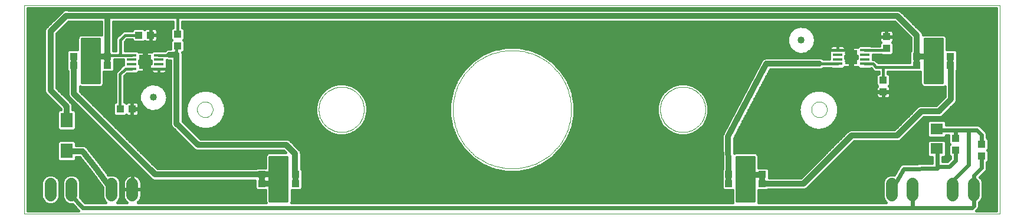
<source format=gtl>
G75*
G70*
%OFA0B0*%
%FSLAX24Y24*%
%IPPOS*%
%LPD*%
%AMOC8*
5,1,8,0,0,1.08239X$1,22.5*
%
%ADD10C,0.0000*%
%ADD11C,0.0660*%
%ADD12R,0.0709X0.0827*%
%ADD13R,0.0394X0.0433*%
%ADD14R,0.0433X0.0394*%
%ADD15R,0.0669X0.0787*%
%ADD16R,0.0531X0.0177*%
%ADD17R,0.0866X0.0709*%
%ADD18C,0.0120*%
%ADD19R,0.0710X0.0630*%
%ADD20C,0.0400*%
%ADD21C,0.0160*%
%ADD22C,0.0317*%
%ADD23C,0.0320*%
%ADD24C,0.0356*%
%ADD25C,0.0240*%
D10*
X000377Y000280D02*
X055495Y000280D01*
X055495Y012091D01*
X000377Y012091D01*
X000377Y000280D01*
X010135Y006186D02*
X010137Y006227D01*
X010143Y006269D01*
X010152Y006309D01*
X010166Y006348D01*
X010183Y006386D01*
X010203Y006422D01*
X010227Y006456D01*
X010254Y006488D01*
X010284Y006517D01*
X010316Y006543D01*
X010351Y006566D01*
X010387Y006586D01*
X010425Y006602D01*
X010465Y006614D01*
X010506Y006623D01*
X010547Y006628D01*
X010588Y006629D01*
X010630Y006626D01*
X010671Y006619D01*
X010711Y006609D01*
X010750Y006594D01*
X010787Y006576D01*
X010823Y006555D01*
X010857Y006530D01*
X010888Y006503D01*
X010916Y006473D01*
X010941Y006440D01*
X010963Y006404D01*
X010982Y006367D01*
X010997Y006329D01*
X011009Y006289D01*
X011017Y006248D01*
X011021Y006207D01*
X011021Y006165D01*
X011017Y006124D01*
X011009Y006083D01*
X010997Y006043D01*
X010982Y006005D01*
X010963Y005968D01*
X010941Y005932D01*
X010916Y005899D01*
X010888Y005869D01*
X010857Y005842D01*
X010823Y005817D01*
X010787Y005796D01*
X010750Y005778D01*
X010711Y005763D01*
X010671Y005753D01*
X010630Y005746D01*
X010588Y005743D01*
X010547Y005744D01*
X010506Y005749D01*
X010465Y005758D01*
X010425Y005770D01*
X010387Y005786D01*
X010351Y005806D01*
X010316Y005829D01*
X010284Y005855D01*
X010254Y005884D01*
X010227Y005916D01*
X010203Y005950D01*
X010183Y005986D01*
X010166Y006024D01*
X010152Y006063D01*
X010143Y006103D01*
X010137Y006145D01*
X010135Y006186D01*
X017010Y006186D02*
X017012Y006257D01*
X017018Y006328D01*
X017028Y006399D01*
X017042Y006468D01*
X017059Y006537D01*
X017081Y006605D01*
X017106Y006672D01*
X017135Y006737D01*
X017167Y006800D01*
X017203Y006862D01*
X017242Y006921D01*
X017285Y006978D01*
X017330Y007033D01*
X017379Y007085D01*
X017430Y007134D01*
X017484Y007180D01*
X017541Y007224D01*
X017599Y007264D01*
X017660Y007300D01*
X017723Y007334D01*
X017788Y007363D01*
X017854Y007389D01*
X017922Y007412D01*
X017990Y007430D01*
X018060Y007445D01*
X018130Y007456D01*
X018201Y007463D01*
X018272Y007466D01*
X018343Y007465D01*
X018414Y007460D01*
X018485Y007451D01*
X018555Y007438D01*
X018624Y007422D01*
X018692Y007401D01*
X018759Y007377D01*
X018825Y007349D01*
X018888Y007317D01*
X018950Y007282D01*
X019010Y007244D01*
X019068Y007202D01*
X019123Y007158D01*
X019176Y007110D01*
X019226Y007059D01*
X019273Y007006D01*
X019317Y006950D01*
X019358Y006892D01*
X019396Y006831D01*
X019430Y006769D01*
X019460Y006704D01*
X019487Y006639D01*
X019511Y006571D01*
X019530Y006503D01*
X019546Y006434D01*
X019558Y006363D01*
X019566Y006293D01*
X019570Y006222D01*
X019570Y006150D01*
X019566Y006079D01*
X019558Y006009D01*
X019546Y005938D01*
X019530Y005869D01*
X019511Y005801D01*
X019487Y005733D01*
X019460Y005668D01*
X019430Y005603D01*
X019396Y005541D01*
X019358Y005480D01*
X019317Y005422D01*
X019273Y005366D01*
X019226Y005313D01*
X019176Y005262D01*
X019123Y005214D01*
X019068Y005170D01*
X019010Y005128D01*
X018950Y005090D01*
X018888Y005055D01*
X018825Y005023D01*
X018759Y004995D01*
X018692Y004971D01*
X018624Y004950D01*
X018555Y004934D01*
X018485Y004921D01*
X018414Y004912D01*
X018343Y004907D01*
X018272Y004906D01*
X018201Y004909D01*
X018130Y004916D01*
X018060Y004927D01*
X017990Y004942D01*
X017922Y004960D01*
X017854Y004983D01*
X017788Y005009D01*
X017723Y005038D01*
X017660Y005072D01*
X017599Y005108D01*
X017541Y005148D01*
X017484Y005192D01*
X017430Y005238D01*
X017379Y005287D01*
X017330Y005339D01*
X017285Y005394D01*
X017242Y005451D01*
X017203Y005510D01*
X017167Y005572D01*
X017135Y005635D01*
X017106Y005700D01*
X017081Y005767D01*
X017059Y005835D01*
X017042Y005904D01*
X017028Y005973D01*
X017018Y006044D01*
X017012Y006115D01*
X017010Y006186D01*
X024590Y006186D02*
X024594Y006350D01*
X024606Y006514D01*
X024626Y006677D01*
X024654Y006839D01*
X024690Y006999D01*
X024734Y007157D01*
X024786Y007313D01*
X024845Y007466D01*
X024911Y007617D01*
X024985Y007763D01*
X025066Y007906D01*
X025154Y008045D01*
X025248Y008179D01*
X025350Y008309D01*
X025457Y008433D01*
X025570Y008552D01*
X025689Y008665D01*
X025813Y008772D01*
X025943Y008874D01*
X026077Y008968D01*
X026216Y009056D01*
X026359Y009137D01*
X026505Y009211D01*
X026656Y009277D01*
X026809Y009336D01*
X026965Y009388D01*
X027123Y009432D01*
X027283Y009468D01*
X027445Y009496D01*
X027608Y009516D01*
X027772Y009528D01*
X027936Y009532D01*
X028100Y009528D01*
X028264Y009516D01*
X028427Y009496D01*
X028589Y009468D01*
X028749Y009432D01*
X028907Y009388D01*
X029063Y009336D01*
X029216Y009277D01*
X029367Y009211D01*
X029513Y009137D01*
X029656Y009056D01*
X029795Y008968D01*
X029929Y008874D01*
X030059Y008772D01*
X030183Y008665D01*
X030302Y008552D01*
X030415Y008433D01*
X030522Y008309D01*
X030624Y008179D01*
X030718Y008045D01*
X030806Y007906D01*
X030887Y007763D01*
X030961Y007617D01*
X031027Y007466D01*
X031086Y007313D01*
X031138Y007157D01*
X031182Y006999D01*
X031218Y006839D01*
X031246Y006677D01*
X031266Y006514D01*
X031278Y006350D01*
X031282Y006186D01*
X031278Y006022D01*
X031266Y005858D01*
X031246Y005695D01*
X031218Y005533D01*
X031182Y005373D01*
X031138Y005215D01*
X031086Y005059D01*
X031027Y004906D01*
X030961Y004755D01*
X030887Y004609D01*
X030806Y004466D01*
X030718Y004327D01*
X030624Y004193D01*
X030522Y004063D01*
X030415Y003939D01*
X030302Y003820D01*
X030183Y003707D01*
X030059Y003600D01*
X029929Y003498D01*
X029795Y003404D01*
X029656Y003316D01*
X029513Y003235D01*
X029367Y003161D01*
X029216Y003095D01*
X029063Y003036D01*
X028907Y002984D01*
X028749Y002940D01*
X028589Y002904D01*
X028427Y002876D01*
X028264Y002856D01*
X028100Y002844D01*
X027936Y002840D01*
X027772Y002844D01*
X027608Y002856D01*
X027445Y002876D01*
X027283Y002904D01*
X027123Y002940D01*
X026965Y002984D01*
X026809Y003036D01*
X026656Y003095D01*
X026505Y003161D01*
X026359Y003235D01*
X026216Y003316D01*
X026077Y003404D01*
X025943Y003498D01*
X025813Y003600D01*
X025689Y003707D01*
X025570Y003820D01*
X025457Y003939D01*
X025350Y004063D01*
X025248Y004193D01*
X025154Y004327D01*
X025066Y004466D01*
X024985Y004609D01*
X024911Y004755D01*
X024845Y004906D01*
X024786Y005059D01*
X024734Y005215D01*
X024690Y005373D01*
X024654Y005533D01*
X024626Y005695D01*
X024606Y005858D01*
X024594Y006022D01*
X024590Y006186D01*
X036302Y006186D02*
X036304Y006257D01*
X036310Y006328D01*
X036320Y006399D01*
X036334Y006468D01*
X036351Y006537D01*
X036373Y006605D01*
X036398Y006672D01*
X036427Y006737D01*
X036459Y006800D01*
X036495Y006862D01*
X036534Y006921D01*
X036577Y006978D01*
X036622Y007033D01*
X036671Y007085D01*
X036722Y007134D01*
X036776Y007180D01*
X036833Y007224D01*
X036891Y007264D01*
X036952Y007300D01*
X037015Y007334D01*
X037080Y007363D01*
X037146Y007389D01*
X037214Y007412D01*
X037282Y007430D01*
X037352Y007445D01*
X037422Y007456D01*
X037493Y007463D01*
X037564Y007466D01*
X037635Y007465D01*
X037706Y007460D01*
X037777Y007451D01*
X037847Y007438D01*
X037916Y007422D01*
X037984Y007401D01*
X038051Y007377D01*
X038117Y007349D01*
X038180Y007317D01*
X038242Y007282D01*
X038302Y007244D01*
X038360Y007202D01*
X038415Y007158D01*
X038468Y007110D01*
X038518Y007059D01*
X038565Y007006D01*
X038609Y006950D01*
X038650Y006892D01*
X038688Y006831D01*
X038722Y006769D01*
X038752Y006704D01*
X038779Y006639D01*
X038803Y006571D01*
X038822Y006503D01*
X038838Y006434D01*
X038850Y006363D01*
X038858Y006293D01*
X038862Y006222D01*
X038862Y006150D01*
X038858Y006079D01*
X038850Y006009D01*
X038838Y005938D01*
X038822Y005869D01*
X038803Y005801D01*
X038779Y005733D01*
X038752Y005668D01*
X038722Y005603D01*
X038688Y005541D01*
X038650Y005480D01*
X038609Y005422D01*
X038565Y005366D01*
X038518Y005313D01*
X038468Y005262D01*
X038415Y005214D01*
X038360Y005170D01*
X038302Y005128D01*
X038242Y005090D01*
X038180Y005055D01*
X038117Y005023D01*
X038051Y004995D01*
X037984Y004971D01*
X037916Y004950D01*
X037847Y004934D01*
X037777Y004921D01*
X037706Y004912D01*
X037635Y004907D01*
X037564Y004906D01*
X037493Y004909D01*
X037422Y004916D01*
X037352Y004927D01*
X037282Y004942D01*
X037214Y004960D01*
X037146Y004983D01*
X037080Y005009D01*
X037015Y005038D01*
X036952Y005072D01*
X036891Y005108D01*
X036833Y005148D01*
X036776Y005192D01*
X036722Y005238D01*
X036671Y005287D01*
X036622Y005339D01*
X036577Y005394D01*
X036534Y005451D01*
X036495Y005510D01*
X036459Y005572D01*
X036427Y005635D01*
X036398Y005700D01*
X036373Y005767D01*
X036351Y005835D01*
X036334Y005904D01*
X036320Y005973D01*
X036310Y006044D01*
X036304Y006115D01*
X036302Y006186D01*
X044851Y006186D02*
X044853Y006227D01*
X044859Y006269D01*
X044868Y006309D01*
X044882Y006348D01*
X044899Y006386D01*
X044919Y006422D01*
X044943Y006456D01*
X044970Y006488D01*
X045000Y006517D01*
X045032Y006543D01*
X045067Y006566D01*
X045103Y006586D01*
X045141Y006602D01*
X045181Y006614D01*
X045222Y006623D01*
X045263Y006628D01*
X045304Y006629D01*
X045346Y006626D01*
X045387Y006619D01*
X045427Y006609D01*
X045466Y006594D01*
X045503Y006576D01*
X045539Y006555D01*
X045573Y006530D01*
X045604Y006503D01*
X045632Y006473D01*
X045657Y006440D01*
X045679Y006404D01*
X045698Y006367D01*
X045713Y006329D01*
X045725Y006289D01*
X045733Y006248D01*
X045737Y006207D01*
X045737Y006165D01*
X045733Y006124D01*
X045725Y006083D01*
X045713Y006043D01*
X045698Y006005D01*
X045679Y005968D01*
X045657Y005932D01*
X045632Y005899D01*
X045604Y005869D01*
X045573Y005842D01*
X045539Y005817D01*
X045503Y005796D01*
X045466Y005778D01*
X045427Y005763D01*
X045387Y005753D01*
X045346Y005746D01*
X045304Y005743D01*
X045263Y005744D01*
X045222Y005749D01*
X045181Y005758D01*
X045141Y005770D01*
X045103Y005786D01*
X045067Y005806D01*
X045032Y005829D01*
X045000Y005855D01*
X044970Y005884D01*
X044943Y005916D01*
X044919Y005950D01*
X044899Y005986D01*
X044882Y006024D01*
X044868Y006063D01*
X044859Y006103D01*
X044853Y006145D01*
X044851Y006186D01*
D11*
X049393Y001988D02*
X049393Y001328D01*
X050574Y001328D02*
X050574Y001988D01*
X052837Y001988D02*
X052837Y001328D01*
X054019Y001328D02*
X054019Y001988D01*
X006479Y001988D02*
X006479Y001328D01*
X005298Y001328D02*
X005298Y001988D01*
X003034Y001988D02*
X003034Y001328D01*
X001853Y001328D02*
X001853Y001988D01*
D12*
X002763Y003845D03*
X002763Y005577D03*
D13*
X005786Y006218D03*
X006456Y006218D03*
X006843Y010400D03*
X007512Y010400D03*
D14*
X009038Y010457D03*
X009038Y009788D03*
X005062Y009197D03*
X005062Y008686D03*
X003172Y008686D03*
X003172Y009197D03*
X013802Y002504D03*
X013802Y001993D03*
X015692Y001993D03*
X015692Y002504D03*
X040180Y002504D03*
X040180Y001993D03*
X042070Y001993D03*
X042070Y002504D03*
X052997Y003892D03*
X054476Y003560D03*
X054476Y004229D03*
X052997Y004561D03*
X048909Y007184D03*
X048909Y007853D03*
X050810Y008686D03*
X050810Y009197D03*
X049090Y009639D03*
X049090Y010308D03*
X052700Y009197D03*
X052700Y008686D03*
D15*
X047100Y009153D03*
X007200Y008878D03*
D16*
X006422Y008750D03*
X006422Y008495D03*
X007977Y008495D03*
X007977Y008750D03*
X007977Y009006D03*
X007977Y009262D03*
X006422Y009262D03*
X006422Y009006D03*
X046323Y009025D03*
X046323Y008769D03*
X047878Y008769D03*
X047878Y009025D03*
X047878Y009281D03*
X047878Y009537D03*
X046323Y009537D03*
X046323Y009281D03*
D17*
X051755Y008941D03*
X041125Y002249D03*
X014747Y002249D03*
X004117Y008941D03*
D18*
X003617Y008931D02*
X004617Y008931D01*
X004617Y009049D02*
X003617Y009049D01*
X003617Y009168D02*
X004617Y009168D01*
X004617Y009286D02*
X003617Y009286D01*
X003617Y009405D02*
X004617Y009405D01*
X004617Y009523D02*
X003617Y009523D01*
X003617Y009642D02*
X004617Y009642D01*
X004617Y009760D02*
X003617Y009760D01*
X003617Y009879D02*
X004617Y009879D01*
X004617Y009997D02*
X003617Y009997D01*
X003617Y010116D02*
X004617Y010116D01*
X004617Y010191D02*
X004617Y007691D01*
X003617Y007691D01*
X003617Y010191D01*
X004617Y010191D01*
X004617Y008812D02*
X003617Y008812D01*
X003617Y008694D02*
X004617Y008694D01*
X004617Y008575D02*
X003617Y008575D01*
X003617Y008457D02*
X004617Y008457D01*
X004617Y008338D02*
X003617Y008338D01*
X003617Y008220D02*
X004617Y008220D01*
X004617Y008101D02*
X003617Y008101D01*
X003617Y007983D02*
X004617Y007983D01*
X004617Y007864D02*
X003617Y007864D01*
X003617Y007746D02*
X004617Y007746D01*
X014247Y003499D02*
X015247Y003499D01*
X015247Y000999D01*
X014247Y000999D01*
X014247Y003499D01*
X014247Y003480D02*
X015247Y003480D01*
X015247Y003361D02*
X014247Y003361D01*
X014247Y003243D02*
X015247Y003243D01*
X015247Y003124D02*
X014247Y003124D01*
X014247Y003006D02*
X015247Y003006D01*
X015247Y002887D02*
X014247Y002887D01*
X014247Y002769D02*
X015247Y002769D01*
X015247Y002650D02*
X014247Y002650D01*
X014247Y002532D02*
X015247Y002532D01*
X015247Y002413D02*
X014247Y002413D01*
X014247Y002295D02*
X015247Y002295D01*
X015247Y002176D02*
X014247Y002176D01*
X014247Y002058D02*
X015247Y002058D01*
X015247Y001939D02*
X014247Y001939D01*
X014247Y001821D02*
X015247Y001821D01*
X015247Y001702D02*
X014247Y001702D01*
X014247Y001584D02*
X015247Y001584D01*
X015247Y001465D02*
X014247Y001465D01*
X014247Y001347D02*
X015247Y001347D01*
X015247Y001228D02*
X014247Y001228D01*
X014247Y001110D02*
X015247Y001110D01*
X040625Y001110D02*
X041625Y001110D01*
X041625Y000999D02*
X040625Y000999D01*
X040625Y003499D01*
X041625Y003499D01*
X041625Y000999D01*
X041625Y001228D02*
X040625Y001228D01*
X040625Y001347D02*
X041625Y001347D01*
X041625Y001465D02*
X040625Y001465D01*
X040625Y001584D02*
X041625Y001584D01*
X041625Y001702D02*
X040625Y001702D01*
X040625Y001821D02*
X041625Y001821D01*
X041625Y001939D02*
X040625Y001939D01*
X040625Y002058D02*
X041625Y002058D01*
X041625Y002176D02*
X040625Y002176D01*
X040625Y002295D02*
X041625Y002295D01*
X041625Y002413D02*
X040625Y002413D01*
X040625Y002532D02*
X041625Y002532D01*
X041625Y002650D02*
X040625Y002650D01*
X040625Y002769D02*
X041625Y002769D01*
X041625Y002887D02*
X040625Y002887D01*
X040625Y003006D02*
X041625Y003006D01*
X041625Y003124D02*
X040625Y003124D01*
X040625Y003243D02*
X041625Y003243D01*
X041625Y003361D02*
X040625Y003361D01*
X040625Y003480D02*
X041625Y003480D01*
X051255Y007691D02*
X051255Y010191D01*
X052255Y010191D01*
X052255Y007691D01*
X051255Y007691D01*
X051255Y007746D02*
X052255Y007746D01*
X052255Y007864D02*
X051255Y007864D01*
X051255Y007983D02*
X052255Y007983D01*
X052255Y008101D02*
X051255Y008101D01*
X051255Y008220D02*
X052255Y008220D01*
X052255Y008338D02*
X051255Y008338D01*
X051255Y008457D02*
X052255Y008457D01*
X052255Y008575D02*
X051255Y008575D01*
X051255Y008694D02*
X052255Y008694D01*
X052255Y008812D02*
X051255Y008812D01*
X051255Y008931D02*
X052255Y008931D01*
X052255Y009049D02*
X051255Y009049D01*
X051255Y009168D02*
X052255Y009168D01*
X052255Y009286D02*
X051255Y009286D01*
X051255Y009405D02*
X052255Y009405D01*
X052255Y009523D02*
X051255Y009523D01*
X051255Y009642D02*
X052255Y009642D01*
X052255Y009760D02*
X051255Y009760D01*
X051255Y009879D02*
X052255Y009879D01*
X052255Y009997D02*
X051255Y009997D01*
X051255Y010116D02*
X052255Y010116D01*
D19*
X051938Y005088D03*
X051938Y003968D03*
D20*
X044274Y010123D03*
X007660Y006874D03*
D21*
X006882Y006937D02*
X006040Y006937D01*
X006040Y006779D02*
X006882Y006779D01*
X006882Y006709D02*
X007017Y006407D01*
X007263Y006186D01*
X007577Y006083D01*
X007906Y006118D01*
X007906Y006118D01*
X008193Y006283D01*
X008193Y006283D01*
X008193Y006283D01*
X008387Y006551D01*
X008456Y006874D01*
X008387Y007198D01*
X008387Y007198D01*
X008193Y007466D01*
X007906Y007631D01*
X007577Y007666D01*
X007263Y007563D01*
X007263Y007563D01*
X007017Y007342D01*
X006882Y007040D01*
X006882Y006709D01*
X006922Y006620D02*
X006040Y006620D01*
X006040Y006614D02*
X006040Y008072D01*
X006194Y008226D01*
X006762Y008226D01*
X006841Y008305D01*
X006841Y008305D01*
X007120Y008305D01*
X007120Y008798D01*
X007280Y008798D01*
X007280Y008305D01*
X007558Y008305D01*
X007562Y008306D01*
X007567Y008295D01*
X007601Y008262D01*
X007642Y008238D01*
X007688Y008226D01*
X007977Y008226D01*
X007977Y008482D01*
X007977Y008482D01*
X007977Y008226D01*
X008267Y008226D01*
X008312Y008238D01*
X008354Y008262D01*
X008387Y008295D01*
X008411Y008337D01*
X008423Y008382D01*
X008423Y008495D01*
X008423Y008977D01*
X008512Y008940D01*
X008640Y008940D01*
X008640Y005319D01*
X008692Y005194D01*
X009898Y003987D01*
X009994Y003892D01*
X010119Y003840D01*
X015037Y003840D01*
X015138Y003739D01*
X014199Y003739D01*
X014111Y003702D01*
X014043Y003634D01*
X014007Y003546D01*
X014007Y002881D01*
X013511Y002881D01*
X013474Y002844D01*
X007896Y002844D01*
X003520Y007221D01*
X003520Y007472D01*
X003569Y007451D01*
X004665Y007451D01*
X004753Y007488D01*
X004820Y007555D01*
X004857Y007644D01*
X004857Y008309D01*
X005353Y008309D01*
X005458Y008414D01*
X005458Y009002D01*
X005976Y009002D01*
X005976Y008727D01*
X005947Y008715D01*
X005633Y008400D01*
X005560Y008327D01*
X005520Y008232D01*
X005520Y006614D01*
X005515Y006614D01*
X005409Y006509D01*
X005409Y005927D01*
X005515Y005821D01*
X006058Y005821D01*
X006121Y005884D01*
X006148Y005857D01*
X006189Y005834D01*
X006235Y005821D01*
X006437Y005821D01*
X006437Y006199D01*
X006474Y006199D01*
X006474Y005821D01*
X006676Y005821D01*
X006722Y005834D01*
X006763Y005857D01*
X006796Y005891D01*
X006820Y005932D01*
X006832Y005978D01*
X006832Y006199D01*
X006474Y006199D01*
X006474Y006236D01*
X006832Y006236D01*
X006832Y006458D01*
X006820Y006504D01*
X006796Y006545D01*
X006763Y006578D01*
X006722Y006602D01*
X006676Y006614D01*
X006474Y006614D01*
X006474Y006236D01*
X006437Y006236D01*
X006437Y006614D01*
X006235Y006614D01*
X006189Y006602D01*
X006148Y006578D01*
X006121Y006551D01*
X006058Y006614D01*
X006040Y006614D01*
X006437Y006462D02*
X006474Y006462D01*
X006474Y006303D02*
X006437Y006303D01*
X006437Y006145D02*
X006474Y006145D01*
X006832Y006145D02*
X007389Y006145D01*
X007263Y006186D02*
X007263Y006186D01*
X007132Y006303D02*
X006832Y006303D01*
X006832Y006462D02*
X006992Y006462D01*
X007017Y006407D02*
X007017Y006407D01*
X007952Y006145D02*
X008640Y006145D01*
X008640Y006303D02*
X008207Y006303D01*
X008322Y006462D02*
X008640Y006462D01*
X008640Y006620D02*
X008402Y006620D01*
X008387Y006551D02*
X008387Y006551D01*
X009320Y006620D02*
X009584Y006620D01*
X009578Y006609D02*
X009581Y006599D01*
X009562Y006549D01*
X009553Y006543D01*
X009544Y006500D01*
X009528Y006458D01*
X009532Y006448D01*
X009521Y006395D01*
X009513Y006389D01*
X009510Y006344D01*
X009500Y006301D01*
X009506Y006292D01*
X009502Y006238D01*
X009495Y006230D01*
X009498Y006186D01*
X009495Y006141D01*
X009502Y006133D01*
X009506Y006079D01*
X009500Y006070D01*
X009510Y006027D01*
X009513Y005982D01*
X009521Y005976D01*
X009532Y005923D01*
X009528Y005913D01*
X009544Y005871D01*
X009553Y005828D01*
X009562Y005822D01*
X009581Y005772D01*
X009578Y005762D01*
X009599Y005722D01*
X009615Y005681D01*
X009624Y005676D01*
X009650Y005629D01*
X009649Y005619D01*
X009675Y005583D01*
X009697Y005544D01*
X009707Y005541D01*
X009739Y005498D01*
X009739Y005487D01*
X009771Y005456D01*
X009797Y005420D01*
X009808Y005418D01*
X009846Y005380D01*
X009848Y005370D01*
X009883Y005343D01*
X009915Y005312D01*
X009925Y005312D01*
X009968Y005279D01*
X009971Y005269D01*
X010010Y005248D01*
X010046Y005221D01*
X010057Y005223D01*
X010104Y005197D01*
X010108Y005187D01*
X010150Y005172D01*
X010189Y005150D01*
X010199Y005153D01*
X010250Y005134D01*
X010256Y005126D01*
X010299Y005116D01*
X010341Y005101D01*
X010350Y005105D01*
X010403Y005093D01*
X010410Y005085D01*
X010454Y005082D01*
X010498Y005073D01*
X010507Y005079D01*
X010561Y005075D01*
X010569Y005068D01*
X010613Y005071D01*
X010658Y005068D01*
X010666Y005075D01*
X010719Y005079D01*
X010728Y005073D01*
X010772Y005082D01*
X010816Y005085D01*
X010823Y005093D01*
X010876Y005105D01*
X010885Y005101D01*
X010927Y005116D01*
X010971Y005126D01*
X010976Y005134D01*
X011027Y005153D01*
X011037Y005150D01*
X011076Y005172D01*
X011118Y005187D01*
X011122Y005197D01*
X011170Y005223D01*
X011180Y005221D01*
X011216Y005248D01*
X011255Y005269D01*
X011258Y005279D01*
X011301Y005312D01*
X011311Y005312D01*
X011343Y005343D01*
X011379Y005370D01*
X011380Y005380D01*
X011418Y005418D01*
X011429Y005420D01*
X011455Y005456D01*
X011487Y005487D01*
X011487Y005498D01*
X011519Y005541D01*
X011529Y005544D01*
X011551Y005583D01*
X011577Y005619D01*
X011576Y005629D01*
X011602Y005676D01*
X011611Y005681D01*
X011627Y005722D01*
X011648Y005762D01*
X011645Y005772D01*
X011664Y005822D01*
X011673Y005828D01*
X011683Y005871D01*
X011698Y005913D01*
X011694Y005923D01*
X011705Y005976D01*
X011713Y005982D01*
X011716Y006027D01*
X011726Y006070D01*
X011720Y006079D01*
X011724Y006133D01*
X011731Y006141D01*
X011728Y006186D01*
X011731Y006230D01*
X011724Y006238D01*
X011720Y006292D01*
X011726Y006301D01*
X011716Y006344D01*
X011713Y006389D01*
X011705Y006395D01*
X011694Y006448D01*
X011698Y006458D01*
X011683Y006500D01*
X011673Y006543D01*
X011664Y006549D01*
X011645Y006599D01*
X011648Y006609D01*
X011627Y006649D01*
X011611Y006690D01*
X011602Y006695D01*
X011576Y006742D01*
X011577Y006752D01*
X011551Y006788D01*
X011529Y006827D01*
X011519Y006830D01*
X011487Y006873D01*
X011487Y006884D01*
X011455Y006915D01*
X011429Y006951D01*
X011418Y006953D01*
X011380Y006991D01*
X011379Y007001D01*
X011343Y007028D01*
X011311Y007059D01*
X011301Y007059D01*
X011258Y007092D01*
X011255Y007102D01*
X011216Y007123D01*
X011180Y007150D01*
X011170Y007148D01*
X011122Y007174D01*
X011118Y007184D01*
X011076Y007199D01*
X011037Y007221D01*
X011027Y007218D01*
X010976Y007237D01*
X010971Y007245D01*
X010927Y007255D01*
X010885Y007271D01*
X010876Y007266D01*
X010823Y007278D01*
X010816Y007286D01*
X010772Y007289D01*
X010728Y007298D01*
X010719Y007292D01*
X010666Y007296D01*
X010658Y007303D01*
X010613Y007300D01*
X010569Y007303D01*
X010561Y007296D01*
X010507Y007292D01*
X010498Y007298D01*
X010454Y007289D01*
X010410Y007286D01*
X010403Y007278D01*
X010350Y007266D01*
X010341Y007271D01*
X010299Y007255D01*
X010256Y007245D01*
X010250Y007237D01*
X010199Y007218D01*
X010189Y007221D01*
X010150Y007199D01*
X010108Y007184D01*
X010104Y007174D01*
X010057Y007148D01*
X010046Y007150D01*
X010010Y007123D01*
X009971Y007102D01*
X009968Y007092D01*
X009925Y007059D01*
X009915Y007059D01*
X009883Y007028D01*
X009848Y007001D01*
X009846Y006991D01*
X009808Y006953D01*
X009797Y006951D01*
X009771Y006915D01*
X009739Y006884D01*
X009739Y006873D01*
X009707Y006830D01*
X009697Y006827D01*
X009675Y006788D01*
X009649Y006752D01*
X009650Y006742D01*
X009624Y006695D01*
X009615Y006690D01*
X009599Y006649D01*
X009578Y006609D01*
X009529Y006462D02*
X009320Y006462D01*
X009320Y006303D02*
X009501Y006303D01*
X009496Y006145D02*
X009320Y006145D01*
X009320Y005986D02*
X009513Y005986D01*
X009554Y005828D02*
X009320Y005828D01*
X009320Y005669D02*
X009628Y005669D01*
X009320Y005527D02*
X009320Y009298D01*
X009327Y009336D01*
X009320Y009365D01*
X009320Y009394D01*
X009313Y009411D01*
X009329Y009411D01*
X009435Y009516D01*
X009435Y010059D01*
X009372Y010123D01*
X009435Y010186D01*
X009435Y010729D01*
X009329Y010834D01*
X009299Y010834D01*
X009299Y011136D01*
X009463Y011135D01*
X009531Y011135D01*
X009598Y011135D01*
X049571Y011140D01*
X050470Y010241D01*
X050470Y009525D01*
X050413Y009469D01*
X050413Y008840D01*
X048619Y008840D01*
X048469Y008990D01*
X048374Y009029D01*
X048324Y009029D01*
X048324Y009277D01*
X048784Y009277D01*
X048799Y009262D01*
X049381Y009262D01*
X049487Y009368D01*
X049487Y009910D01*
X049424Y009974D01*
X049451Y010001D01*
X049475Y010042D01*
X049487Y010088D01*
X049487Y010290D01*
X049109Y010290D01*
X049109Y010327D01*
X049487Y010327D01*
X049487Y010529D01*
X049475Y010575D01*
X049451Y010616D01*
X049417Y010649D01*
X049376Y010673D01*
X049330Y010685D01*
X049109Y010685D01*
X049109Y010327D01*
X049072Y010327D01*
X049072Y010685D01*
X048850Y010685D01*
X048804Y010673D01*
X048763Y010649D01*
X048730Y010616D01*
X048706Y010575D01*
X048694Y010529D01*
X048694Y010327D01*
X049072Y010327D01*
X049072Y010290D01*
X048694Y010290D01*
X048694Y010088D01*
X048706Y010042D01*
X048730Y010001D01*
X048757Y009974D01*
X048694Y009910D01*
X048694Y009797D01*
X048227Y009797D01*
X048218Y009806D01*
X047538Y009806D01*
X047459Y009727D01*
X047459Y009727D01*
X047180Y009727D01*
X047180Y009233D01*
X047020Y009233D01*
X046769Y009233D01*
X046769Y009073D01*
X047020Y009073D01*
X047020Y009233D01*
X047020Y009727D01*
X046742Y009727D01*
X046739Y009726D01*
X046733Y009736D01*
X046699Y009770D01*
X046658Y009793D01*
X046612Y009806D01*
X046323Y009806D01*
X046323Y009550D01*
X046323Y009550D01*
X046323Y009806D01*
X046033Y009806D01*
X045988Y009793D01*
X045947Y009770D01*
X045913Y009736D01*
X045889Y009695D01*
X045877Y009649D01*
X045877Y009537D01*
X045877Y009040D01*
X045532Y009040D01*
X045504Y009068D01*
X045379Y009120D01*
X042327Y009120D01*
X042275Y009125D01*
X042260Y009120D01*
X042244Y009120D01*
X042196Y009100D01*
X042146Y009084D01*
X042134Y009074D01*
X042119Y009068D01*
X042082Y009031D01*
X042042Y008998D01*
X042034Y008984D01*
X042023Y008973D01*
X042003Y008924D01*
X039864Y004843D01*
X039851Y004830D01*
X039833Y004784D01*
X039810Y004740D01*
X039808Y004721D01*
X039801Y004704D01*
X039802Y004655D01*
X039797Y004605D01*
X039803Y004587D01*
X039834Y002827D01*
X039783Y002776D01*
X039783Y001721D01*
X039889Y001616D01*
X040385Y001616D01*
X040385Y000951D01*
X040396Y000924D01*
X015476Y000924D01*
X015487Y000951D01*
X015487Y001616D01*
X015983Y001616D01*
X016088Y001721D01*
X016088Y002776D01*
X016022Y002842D01*
X016022Y003743D01*
X015970Y003868D01*
X015875Y003964D01*
X015370Y004468D01*
X015245Y004520D01*
X010327Y004520D01*
X009320Y005527D01*
X009337Y005511D02*
X009730Y005511D01*
X009871Y005352D02*
X009495Y005352D01*
X009654Y005194D02*
X010105Y005194D01*
X009812Y005035D02*
X017377Y005035D01*
X017394Y005018D02*
X017727Y004825D01*
X018098Y004726D01*
X018482Y004726D01*
X018854Y004825D01*
X019186Y005018D01*
X019458Y005289D01*
X019650Y005622D01*
X019750Y005993D01*
X019750Y006378D01*
X019650Y006749D01*
X019458Y007082D01*
X019186Y007353D01*
X018854Y007546D01*
X018482Y007645D01*
X018098Y007645D01*
X017727Y007546D01*
X017394Y007353D01*
X017122Y007082D01*
X016930Y006749D01*
X016831Y006378D01*
X016831Y005993D01*
X016930Y005622D01*
X017122Y005289D01*
X017394Y005018D01*
X017638Y004877D02*
X009971Y004877D01*
X010129Y004718D02*
X024727Y004718D01*
X024792Y004560D02*
X010288Y004560D01*
X009484Y004401D02*
X006340Y004401D01*
X006498Y004243D02*
X009643Y004243D01*
X009801Y004084D02*
X006657Y004084D01*
X005695Y004084D02*
X003902Y004084D01*
X003899Y004087D02*
X003881Y004097D01*
X003865Y004112D01*
X003822Y004130D01*
X003781Y004153D01*
X003760Y004155D01*
X003740Y004164D01*
X003693Y004163D01*
X003647Y004169D01*
X003626Y004163D01*
X003297Y004162D01*
X003297Y004333D01*
X003192Y004438D01*
X002334Y004438D01*
X002229Y004333D01*
X002229Y003357D01*
X002334Y003251D01*
X003192Y003251D01*
X003297Y003357D01*
X003297Y003482D01*
X003510Y003483D01*
X004133Y002691D01*
X004788Y001784D01*
X004788Y001227D01*
X004866Y001039D01*
X004980Y000924D01*
X003805Y000924D01*
X003538Y001212D01*
X003544Y001227D01*
X003544Y002089D01*
X003467Y002277D01*
X003323Y002420D01*
X003136Y002498D01*
X002933Y002498D01*
X002745Y002420D01*
X002602Y002277D01*
X002524Y002089D01*
X002524Y001227D01*
X002602Y001039D01*
X002745Y000896D01*
X002933Y000818D01*
X003085Y000818D01*
X003417Y000460D01*
X000557Y000460D01*
X000557Y011911D01*
X055315Y011911D01*
X055315Y000460D01*
X054180Y000460D01*
X054196Y000476D01*
X054281Y000561D01*
X054326Y000671D01*
X054326Y000915D01*
X054451Y001039D01*
X054529Y001227D01*
X054529Y002089D01*
X054451Y002277D01*
X054363Y002365D01*
X054631Y002634D01*
X054716Y002718D01*
X054761Y002829D01*
X054761Y003183D01*
X054767Y003183D01*
X054872Y003289D01*
X054872Y003831D01*
X054809Y003895D01*
X054872Y003958D01*
X054872Y004501D01*
X054767Y004606D01*
X054761Y004606D01*
X054761Y004818D01*
X054716Y004928D01*
X054631Y005013D01*
X054385Y005259D01*
X054275Y005304D01*
X052473Y005304D01*
X052473Y005477D01*
X052368Y005583D01*
X051509Y005583D01*
X051403Y005477D01*
X051403Y004698D01*
X051509Y004593D01*
X052368Y004593D01*
X052473Y004698D01*
X052473Y004704D01*
X052601Y004704D01*
X052601Y004290D01*
X052664Y004226D01*
X052601Y004163D01*
X052601Y003620D01*
X052697Y003524D01*
X052697Y003418D01*
X052516Y003237D01*
X052252Y003237D01*
X052252Y003473D01*
X052368Y003473D01*
X052473Y003579D01*
X052473Y004358D01*
X052368Y004463D01*
X051509Y004463D01*
X051403Y004358D01*
X051403Y003579D01*
X051509Y003473D01*
X051652Y003473D01*
X051652Y003138D01*
X050093Y003131D01*
X050054Y003136D01*
X050034Y003131D01*
X050013Y003131D01*
X049977Y003116D01*
X049939Y003106D01*
X049922Y003093D01*
X049903Y003085D01*
X049875Y003057D01*
X049844Y003033D01*
X049834Y003015D01*
X049819Y003000D01*
X049804Y002964D01*
X049526Y002485D01*
X049494Y002498D01*
X049291Y002498D01*
X049104Y002420D01*
X048960Y002277D01*
X048883Y002089D01*
X048883Y001227D01*
X048960Y001039D01*
X049075Y000924D01*
X041854Y000924D01*
X041865Y000951D01*
X041865Y001616D01*
X042361Y001616D01*
X042398Y001653D01*
X044480Y001653D01*
X044605Y001704D01*
X047270Y004369D01*
X049756Y004369D01*
X049880Y004421D01*
X051207Y005747D01*
X052118Y005747D01*
X052243Y005799D01*
X052932Y006488D01*
X053027Y006583D01*
X053079Y006708D01*
X053079Y008397D01*
X053096Y008414D01*
X053096Y009469D01*
X052991Y009574D01*
X052495Y009574D01*
X052495Y010239D01*
X052458Y010327D01*
X052391Y010395D01*
X052303Y010431D01*
X051207Y010431D01*
X051150Y010408D01*
X051150Y010449D01*
X051098Y010574D01*
X050000Y011673D01*
X049947Y011726D01*
X049904Y011768D01*
X049904Y011768D01*
X049904Y011768D01*
X049837Y011796D01*
X049779Y011820D01*
X049707Y011820D01*
X049644Y011820D01*
X049644Y011820D01*
X009531Y011815D01*
X009107Y011816D01*
X006650Y011821D01*
X006649Y011822D01*
X006582Y011822D01*
X006515Y011822D01*
X006514Y011822D01*
X002852Y011822D01*
X002807Y011840D01*
X002671Y011840D01*
X002546Y011789D01*
X002451Y011693D01*
X001565Y010807D01*
X001513Y010682D01*
X001513Y007201D01*
X001565Y007076D01*
X001661Y006980D01*
X002423Y006218D01*
X002423Y006170D01*
X002334Y006170D01*
X002229Y006065D01*
X002229Y005089D01*
X002334Y004983D01*
X003192Y004983D01*
X003297Y005089D01*
X003297Y006065D01*
X003192Y006170D01*
X003103Y006170D01*
X003103Y006426D01*
X003051Y006551D01*
X002193Y007409D01*
X002193Y010474D01*
X002861Y011142D01*
X004722Y011142D01*
X004722Y010408D01*
X004665Y010431D01*
X003569Y010431D01*
X003481Y010395D01*
X003414Y010327D01*
X003377Y010239D01*
X003377Y009574D01*
X002881Y009574D01*
X002776Y009469D01*
X002776Y008414D01*
X002840Y008350D01*
X002840Y007012D01*
X002892Y006887D01*
X007467Y002312D01*
X007563Y002216D01*
X007688Y002164D01*
X013406Y002164D01*
X013406Y001721D01*
X013511Y001616D01*
X014007Y001616D01*
X014007Y000951D01*
X014018Y000924D01*
X006792Y000924D01*
X006811Y000939D01*
X006868Y000996D01*
X006915Y001061D01*
X006952Y001132D01*
X006977Y001209D01*
X006989Y001288D01*
X006989Y001640D01*
X006498Y001640D01*
X006498Y001676D01*
X006989Y001676D01*
X006989Y002028D01*
X006977Y002107D01*
X006952Y002184D01*
X006915Y002255D01*
X006868Y002320D01*
X006811Y002377D01*
X006747Y002424D01*
X006675Y002461D01*
X006599Y002485D01*
X006519Y002498D01*
X006498Y002498D01*
X006498Y001676D01*
X006461Y001676D01*
X006461Y001640D01*
X005969Y001640D01*
X005969Y001288D01*
X005982Y001209D01*
X006007Y001132D01*
X006043Y001061D01*
X006090Y000996D01*
X006147Y000939D01*
X006167Y000924D01*
X005616Y000924D01*
X005730Y001039D01*
X005808Y001227D01*
X005808Y002089D01*
X005730Y002277D01*
X005587Y002420D01*
X005400Y002498D01*
X005197Y002498D01*
X005131Y002471D01*
X004715Y003046D01*
X004713Y003053D01*
X004676Y003101D01*
X004641Y003150D01*
X004634Y003154D01*
X003970Y003997D01*
X003961Y004017D01*
X003928Y004050D01*
X003899Y004087D01*
X003297Y004243D02*
X005537Y004243D01*
X005378Y004401D02*
X003229Y004401D01*
X002297Y004401D02*
X000557Y004401D01*
X000557Y004243D02*
X002229Y004243D01*
X002229Y004084D02*
X000557Y004084D01*
X000557Y003926D02*
X002229Y003926D01*
X002229Y003767D02*
X000557Y003767D01*
X000557Y003609D02*
X002229Y003609D01*
X002229Y003450D02*
X000557Y003450D01*
X000557Y003292D02*
X002294Y003292D01*
X003232Y003292D02*
X003660Y003292D01*
X003785Y003133D02*
X000557Y003133D01*
X000557Y002975D02*
X003910Y002975D01*
X004035Y002816D02*
X000557Y002816D01*
X000557Y002658D02*
X004157Y002658D01*
X004272Y002499D02*
X000557Y002499D01*
X000557Y002341D02*
X001485Y002341D01*
X001421Y002277D02*
X001564Y002420D01*
X001752Y002498D01*
X001955Y002498D01*
X002142Y002420D01*
X002286Y002277D01*
X002363Y002089D01*
X002363Y001227D01*
X002286Y001039D01*
X002142Y000896D01*
X001955Y000818D01*
X001752Y000818D01*
X001564Y000896D01*
X001421Y001039D01*
X001343Y001227D01*
X001343Y002089D01*
X001421Y002277D01*
X001382Y002182D02*
X000557Y002182D01*
X000557Y002024D02*
X001343Y002024D01*
X001343Y001865D02*
X000557Y001865D01*
X000557Y001707D02*
X001343Y001707D01*
X001343Y001548D02*
X000557Y001548D01*
X000557Y001390D02*
X001343Y001390D01*
X001343Y001231D02*
X000557Y001231D01*
X000557Y001073D02*
X001407Y001073D01*
X001546Y000914D02*
X000557Y000914D01*
X000557Y000756D02*
X003143Y000756D01*
X002727Y000914D02*
X002161Y000914D01*
X002299Y001073D02*
X002588Y001073D01*
X002524Y001231D02*
X002363Y001231D01*
X002363Y001390D02*
X002524Y001390D01*
X002524Y001548D02*
X002363Y001548D01*
X002363Y001707D02*
X002524Y001707D01*
X002524Y001865D02*
X002363Y001865D01*
X002363Y002024D02*
X002524Y002024D01*
X002563Y002182D02*
X002325Y002182D01*
X002222Y002341D02*
X002666Y002341D01*
X003403Y002341D02*
X004386Y002341D01*
X004501Y002182D02*
X003506Y002182D01*
X003544Y002024D02*
X004615Y002024D01*
X004729Y001865D02*
X003544Y001865D01*
X003544Y001707D02*
X004788Y001707D01*
X004788Y001548D02*
X003544Y001548D01*
X003544Y001390D02*
X004788Y001390D01*
X004788Y001231D02*
X003544Y001231D01*
X003667Y001073D02*
X004852Y001073D01*
X005744Y001073D02*
X006037Y001073D01*
X005978Y001231D02*
X005808Y001231D01*
X005808Y001390D02*
X005969Y001390D01*
X005969Y001548D02*
X005808Y001548D01*
X005808Y001707D02*
X005969Y001707D01*
X005969Y001676D02*
X006461Y001676D01*
X006461Y002498D01*
X006439Y002498D01*
X006360Y002485D01*
X006283Y002461D01*
X006212Y002424D01*
X006147Y002377D01*
X006090Y002320D01*
X006043Y002255D01*
X006007Y002184D01*
X005982Y002107D01*
X005969Y002028D01*
X005969Y001676D01*
X006461Y001707D02*
X006498Y001707D01*
X006989Y001707D02*
X013420Y001707D01*
X014007Y001548D02*
X006989Y001548D01*
X006989Y001390D02*
X014007Y001390D01*
X014007Y001231D02*
X006980Y001231D01*
X006921Y001073D02*
X014007Y001073D01*
X015487Y001073D02*
X040385Y001073D01*
X040385Y001231D02*
X015487Y001231D01*
X015487Y001390D02*
X040385Y001390D01*
X040385Y001548D02*
X015487Y001548D01*
X016074Y001707D02*
X039798Y001707D01*
X039783Y001865D02*
X016088Y001865D01*
X016088Y002024D02*
X039783Y002024D01*
X039783Y002182D02*
X016088Y002182D01*
X016088Y002341D02*
X039783Y002341D01*
X039783Y002499D02*
X016088Y002499D01*
X016088Y002658D02*
X039783Y002658D01*
X039824Y002816D02*
X029016Y002816D01*
X028965Y002795D02*
X029606Y003060D01*
X030184Y003446D01*
X030675Y003938D01*
X031061Y004515D01*
X031327Y005157D01*
X031462Y005838D01*
X031462Y006533D01*
X031327Y007214D01*
X031061Y007856D01*
X030675Y008433D01*
X030184Y008925D01*
X029606Y009311D01*
X028965Y009576D01*
X028283Y009712D01*
X027589Y009712D01*
X026907Y009576D01*
X026266Y009311D01*
X025688Y008925D01*
X025197Y008433D01*
X024811Y007856D01*
X024545Y007214D01*
X024409Y006533D01*
X024409Y005838D01*
X024545Y005157D01*
X024811Y004515D01*
X025197Y003938D01*
X025688Y003446D01*
X026266Y003060D01*
X026907Y002795D01*
X027589Y002659D01*
X028283Y002659D01*
X028965Y002795D01*
X029399Y002975D02*
X039832Y002975D01*
X039829Y003133D02*
X029715Y003133D01*
X029952Y003292D02*
X039826Y003292D01*
X039823Y003450D02*
X030188Y003450D01*
X030346Y003609D02*
X039820Y003609D01*
X039818Y003767D02*
X030505Y003767D01*
X030663Y003926D02*
X039815Y003926D01*
X040495Y003926D02*
X045864Y003926D01*
X045706Y003767D02*
X040498Y003767D01*
X040499Y003706D02*
X040484Y004561D01*
X042517Y008440D01*
X045379Y008440D01*
X045504Y008492D01*
X045532Y008520D01*
X045963Y008520D01*
X045983Y008501D01*
X046663Y008501D01*
X046742Y008580D01*
X046742Y008580D01*
X047020Y008580D01*
X047020Y009073D01*
X047180Y009073D01*
X047180Y008580D01*
X047459Y008580D01*
X047538Y008501D01*
X048218Y008501D01*
X048221Y008503D01*
X048291Y008433D01*
X048291Y008433D01*
X048364Y008360D01*
X048460Y008320D01*
X048649Y008320D01*
X048649Y008230D01*
X048618Y008230D01*
X048513Y008124D01*
X048513Y007581D01*
X048576Y007518D01*
X048549Y007491D01*
X048525Y007450D01*
X048513Y007404D01*
X048513Y007202D01*
X048891Y007202D01*
X048891Y007165D01*
X048928Y007165D01*
X048928Y007202D01*
X049306Y007202D01*
X049306Y007404D01*
X049293Y007450D01*
X049270Y007491D01*
X049242Y007518D01*
X049306Y007581D01*
X049306Y008124D01*
X049200Y008230D01*
X049169Y008230D01*
X049169Y008320D01*
X050507Y008320D01*
X050519Y008309D01*
X050697Y008309D01*
X050703Y008306D01*
X050838Y008306D01*
X050844Y008309D01*
X051015Y008309D01*
X051015Y007644D01*
X051051Y007555D01*
X051119Y007488D01*
X051207Y007451D01*
X052303Y007451D01*
X052391Y007488D01*
X052399Y007496D01*
X052399Y006917D01*
X051909Y006427D01*
X050998Y006427D01*
X050873Y006375D01*
X050778Y006280D01*
X049547Y005049D01*
X047061Y005049D01*
X046936Y004997D01*
X046841Y004902D01*
X044271Y002333D01*
X042466Y002333D01*
X042466Y002776D01*
X042361Y002881D01*
X041865Y002881D01*
X041865Y003546D01*
X041828Y003634D01*
X041761Y003702D01*
X041673Y003739D01*
X040577Y003739D01*
X040499Y003706D01*
X041839Y003609D02*
X045547Y003609D01*
X045389Y003450D02*
X041865Y003450D01*
X041865Y003292D02*
X045230Y003292D01*
X045072Y003133D02*
X041865Y003133D01*
X041865Y002975D02*
X044913Y002975D01*
X044755Y002816D02*
X042426Y002816D01*
X042466Y002658D02*
X044596Y002658D01*
X044438Y002499D02*
X042466Y002499D01*
X042466Y002341D02*
X044279Y002341D01*
X045241Y002341D02*
X049024Y002341D01*
X049534Y002499D02*
X045400Y002499D01*
X045558Y002658D02*
X049626Y002658D01*
X049718Y002816D02*
X045717Y002816D01*
X045875Y002975D02*
X049808Y002975D01*
X050041Y003133D02*
X046034Y003133D01*
X046192Y003292D02*
X051652Y003292D01*
X052252Y003292D02*
X052570Y003292D01*
X052697Y003450D02*
X052252Y003450D01*
X052473Y003609D02*
X052613Y003609D01*
X052601Y003767D02*
X052473Y003767D01*
X052473Y003926D02*
X052601Y003926D01*
X052601Y004084D02*
X052473Y004084D01*
X052473Y004243D02*
X052648Y004243D01*
X052601Y004401D02*
X052430Y004401D01*
X051447Y004401D02*
X049832Y004401D01*
X050019Y004560D02*
X052601Y004560D01*
X051403Y004718D02*
X050178Y004718D01*
X050336Y004877D02*
X051403Y004877D01*
X051403Y005035D02*
X050495Y005035D01*
X050653Y005194D02*
X051403Y005194D01*
X051403Y005352D02*
X050812Y005352D01*
X050970Y005511D02*
X051436Y005511D01*
X052440Y005511D02*
X055315Y005511D01*
X055315Y005352D02*
X052473Y005352D01*
X051129Y005669D02*
X055315Y005669D01*
X055315Y005828D02*
X052271Y005828D01*
X052430Y005986D02*
X055315Y005986D01*
X055315Y006145D02*
X052588Y006145D01*
X052747Y006303D02*
X055315Y006303D01*
X055315Y006462D02*
X052905Y006462D01*
X053042Y006620D02*
X055315Y006620D01*
X055315Y006779D02*
X053079Y006779D01*
X053079Y006937D02*
X055315Y006937D01*
X055315Y007096D02*
X053079Y007096D01*
X053079Y007254D02*
X055315Y007254D01*
X055315Y007413D02*
X053079Y007413D01*
X053079Y007571D02*
X055315Y007571D01*
X055315Y007730D02*
X053079Y007730D01*
X053079Y007888D02*
X055315Y007888D01*
X055315Y008047D02*
X053079Y008047D01*
X053079Y008205D02*
X055315Y008205D01*
X055315Y008364D02*
X053079Y008364D01*
X053096Y008522D02*
X055315Y008522D01*
X055315Y008681D02*
X053096Y008681D01*
X053096Y008839D02*
X055315Y008839D01*
X055315Y008998D02*
X053096Y008998D01*
X053096Y009156D02*
X055315Y009156D01*
X055315Y009315D02*
X053096Y009315D01*
X053092Y009473D02*
X055315Y009473D01*
X055315Y009632D02*
X052495Y009632D01*
X052495Y009790D02*
X055315Y009790D01*
X055315Y009949D02*
X052495Y009949D01*
X052495Y010107D02*
X055315Y010107D01*
X055315Y010266D02*
X052484Y010266D01*
X052320Y010424D02*
X055315Y010424D01*
X055315Y010583D02*
X051090Y010583D01*
X050931Y010741D02*
X055315Y010741D01*
X055315Y010900D02*
X050773Y010900D01*
X049970Y010741D02*
X044760Y010741D01*
X044807Y010714D02*
X044520Y010879D01*
X044191Y010914D01*
X043877Y010811D01*
X043631Y010590D01*
X043496Y010288D01*
X043496Y009957D01*
X043631Y009655D01*
X043631Y009655D01*
X043877Y009434D01*
X044191Y009331D01*
X044520Y009366D01*
X044807Y009531D01*
X044807Y009531D01*
X044807Y009531D01*
X045001Y009799D01*
X045070Y010123D01*
X045001Y010446D01*
X044807Y010714D01*
X044807Y010714D01*
X044902Y010583D02*
X048710Y010583D01*
X049072Y010583D02*
X049109Y010583D01*
X049470Y010583D02*
X050128Y010583D01*
X050287Y010424D02*
X049487Y010424D01*
X049487Y010266D02*
X050445Y010266D01*
X050470Y010107D02*
X049487Y010107D01*
X049449Y009949D02*
X050470Y009949D01*
X050470Y009790D02*
X049487Y009790D01*
X049487Y009632D02*
X050470Y009632D01*
X050418Y009473D02*
X049487Y009473D01*
X049210Y009537D02*
X049090Y009639D01*
X049210Y009537D02*
X047878Y009537D01*
X047261Y009380D02*
X047104Y009537D01*
X047111Y009544D01*
X047111Y010080D01*
X047379Y010348D01*
X049090Y010308D01*
X049072Y010424D02*
X049109Y010424D01*
X048694Y010424D02*
X045006Y010424D01*
X045001Y010446D02*
X045001Y010446D01*
X045040Y010266D02*
X048694Y010266D01*
X048694Y010107D02*
X045067Y010107D01*
X045033Y009949D02*
X048732Y009949D01*
X047522Y009790D02*
X046664Y009790D01*
X046323Y009790D02*
X046323Y009790D01*
X046323Y009632D02*
X046323Y009632D01*
X046323Y009537D02*
X045756Y009537D01*
X045751Y009532D01*
X045877Y009537D02*
X045970Y009537D01*
X045970Y009537D01*
X045877Y009537D01*
X045877Y009473D02*
X044706Y009473D01*
X044520Y009366D02*
X044520Y009366D01*
X044191Y009331D02*
X044191Y009331D01*
X043877Y009434D02*
X043877Y009434D01*
X043833Y009473D02*
X029214Y009473D01*
X028688Y009632D02*
X043657Y009632D01*
X043571Y009790D02*
X009435Y009790D01*
X009435Y009632D02*
X027184Y009632D01*
X026658Y009473D02*
X009391Y009473D01*
X008980Y009326D02*
X008980Y009896D01*
X009038Y009788D01*
X008642Y009790D02*
X006050Y009790D01*
X006050Y009632D02*
X008642Y009632D01*
X008642Y009620D02*
X008512Y009620D01*
X008387Y009568D01*
X008341Y009522D01*
X008326Y009522D01*
X008318Y009531D01*
X007637Y009531D01*
X007558Y009452D01*
X007280Y009452D01*
X007280Y008958D01*
X007531Y008958D01*
X007531Y008798D01*
X007280Y008798D01*
X007280Y008958D01*
X007120Y008958D01*
X006868Y008958D01*
X006868Y008798D01*
X007120Y008798D01*
X007120Y008958D01*
X007120Y009452D01*
X006841Y009452D01*
X006762Y009531D01*
X006082Y009531D01*
X006073Y009522D01*
X006050Y009522D01*
X006050Y010015D01*
X006176Y010140D01*
X006466Y010140D01*
X006466Y010109D01*
X006572Y010004D01*
X007114Y010004D01*
X007178Y010067D01*
X007205Y010040D01*
X007246Y010016D01*
X007292Y010004D01*
X007494Y010004D01*
X007494Y010382D01*
X007531Y010382D01*
X007531Y010419D01*
X007889Y010419D01*
X007889Y010641D01*
X007877Y010686D01*
X007853Y010728D01*
X007820Y010761D01*
X007779Y010785D01*
X007733Y010797D01*
X007531Y010797D01*
X007531Y010419D01*
X007494Y010419D01*
X007494Y010797D01*
X007292Y010797D01*
X007246Y010785D01*
X007205Y010761D01*
X007178Y010734D01*
X007114Y010797D01*
X006572Y010797D01*
X006466Y010692D01*
X006466Y010660D01*
X006016Y010660D01*
X005921Y010621D01*
X005643Y010343D01*
X005570Y010270D01*
X005530Y010174D01*
X005530Y009522D01*
X005405Y009522D01*
X005402Y009525D01*
X005402Y011142D01*
X006581Y011142D01*
X008779Y011137D01*
X008779Y010834D01*
X008747Y010834D01*
X008642Y010729D01*
X008642Y010186D01*
X008705Y010123D01*
X008642Y010059D01*
X008642Y009620D01*
X007579Y009473D02*
X006820Y009473D01*
X006841Y009452D02*
X006841Y009452D01*
X007558Y009452D02*
X007558Y009452D01*
X007280Y009315D02*
X007120Y009315D01*
X007120Y009156D02*
X007280Y009156D01*
X007280Y008998D02*
X007120Y008998D01*
X007200Y008910D02*
X007030Y009080D01*
X007200Y008910D02*
X007200Y008878D01*
X007280Y008839D02*
X007531Y008839D01*
X007120Y008839D02*
X006868Y008839D01*
X007030Y008680D02*
X007215Y008495D01*
X007977Y008495D01*
X008402Y008495D01*
X008448Y008449D01*
X008423Y008495D02*
X008330Y008495D01*
X008423Y008495D01*
X008423Y008522D02*
X008640Y008522D01*
X008640Y008364D02*
X008418Y008364D01*
X008330Y008495D02*
X008330Y008495D01*
X008423Y008681D02*
X008640Y008681D01*
X009320Y008681D02*
X025444Y008681D01*
X025285Y008522D02*
X009320Y008522D01*
X009320Y008364D02*
X025150Y008364D01*
X025044Y008205D02*
X009320Y008205D01*
X009320Y008047D02*
X024938Y008047D01*
X024832Y007888D02*
X009320Y007888D01*
X008640Y007888D02*
X006040Y007888D01*
X006040Y008047D02*
X008640Y008047D01*
X008640Y008205D02*
X006173Y008205D01*
X006095Y008495D02*
X005780Y008180D01*
X005780Y006251D01*
X005786Y006218D01*
X005409Y006145D02*
X004596Y006145D01*
X004438Y006303D02*
X005409Y006303D01*
X005409Y006462D02*
X004279Y006462D01*
X004121Y006620D02*
X005520Y006620D01*
X005520Y006779D02*
X003962Y006779D01*
X003804Y006937D02*
X005520Y006937D01*
X005520Y007096D02*
X003645Y007096D01*
X002871Y006937D02*
X002665Y006937D01*
X002507Y007096D02*
X002840Y007096D01*
X002840Y007254D02*
X002348Y007254D01*
X002193Y007413D02*
X002840Y007413D01*
X002840Y007571D02*
X002193Y007571D01*
X002193Y007730D02*
X002840Y007730D01*
X002840Y007888D02*
X002193Y007888D01*
X002193Y008047D02*
X002840Y008047D01*
X002840Y008205D02*
X002193Y008205D01*
X001513Y008205D02*
X000557Y008205D01*
X000557Y008047D02*
X001513Y008047D01*
X001513Y007888D02*
X000557Y007888D01*
X000557Y007730D02*
X001513Y007730D01*
X001513Y007571D02*
X000557Y007571D01*
X000557Y007413D02*
X001513Y007413D01*
X001513Y007254D02*
X000557Y007254D01*
X000557Y007096D02*
X001557Y007096D01*
X001704Y006937D02*
X000557Y006937D01*
X000557Y006779D02*
X001862Y006779D01*
X002021Y006620D02*
X000557Y006620D01*
X000557Y006462D02*
X002179Y006462D01*
X002338Y006303D02*
X000557Y006303D01*
X000557Y006145D02*
X002308Y006145D01*
X003103Y006303D02*
X003476Y006303D01*
X003318Y006462D02*
X003088Y006462D01*
X003159Y006620D02*
X002982Y006620D01*
X003001Y006779D02*
X002824Y006779D01*
X003520Y007254D02*
X005520Y007254D01*
X005520Y007413D02*
X003520Y007413D01*
X004827Y007571D02*
X005520Y007571D01*
X005520Y007730D02*
X004857Y007730D01*
X004857Y007888D02*
X005520Y007888D01*
X005520Y008047D02*
X004857Y008047D01*
X004857Y008205D02*
X005520Y008205D01*
X005596Y008364D02*
X005408Y008364D01*
X005458Y008522D02*
X005754Y008522D01*
X005913Y008681D02*
X005458Y008681D01*
X006095Y008495D02*
X006422Y008495D01*
X007120Y008522D02*
X007280Y008522D01*
X007280Y008364D02*
X007120Y008364D01*
X007120Y008681D02*
X007280Y008681D01*
X007977Y008495D02*
X007980Y008492D01*
X007977Y008364D02*
X007977Y008364D01*
X008423Y008839D02*
X008640Y008839D01*
X009320Y008839D02*
X025602Y008839D01*
X025797Y008998D02*
X009320Y008998D01*
X009320Y009156D02*
X026034Y009156D01*
X026275Y009315D02*
X009323Y009315D01*
X008580Y009280D02*
X008562Y009262D01*
X007977Y009262D01*
X006422Y009262D02*
X005692Y009262D01*
X005790Y009361D01*
X005790Y010123D01*
X006068Y010400D01*
X006843Y010400D01*
X007494Y010424D02*
X007531Y010424D01*
X007531Y010382D02*
X007889Y010382D01*
X007889Y010160D01*
X007877Y010114D01*
X007853Y010073D01*
X007820Y010040D01*
X007779Y010016D01*
X007733Y010004D01*
X007531Y010004D01*
X007531Y010382D01*
X007531Y010266D02*
X007494Y010266D01*
X007494Y010107D02*
X007531Y010107D01*
X007873Y010107D02*
X008689Y010107D01*
X008642Y009949D02*
X006050Y009949D01*
X006142Y010107D02*
X006469Y010107D01*
X005724Y010424D02*
X005402Y010424D01*
X005402Y010266D02*
X005568Y010266D01*
X005530Y010107D02*
X005402Y010107D01*
X005402Y009949D02*
X005530Y009949D01*
X005530Y009790D02*
X005402Y009790D01*
X005402Y009632D02*
X005530Y009632D01*
X005692Y009262D02*
X005127Y009262D01*
X005062Y009197D01*
X005458Y008998D02*
X005976Y008998D01*
X005976Y008839D02*
X005458Y008839D01*
X004380Y008980D02*
X004156Y008980D01*
X004117Y008941D01*
X002776Y008998D02*
X002193Y008998D01*
X002193Y009156D02*
X002776Y009156D01*
X002776Y009315D02*
X002193Y009315D01*
X001513Y009315D02*
X000557Y009315D01*
X000557Y009156D02*
X001513Y009156D01*
X001513Y008998D02*
X000557Y008998D01*
X000557Y008839D02*
X001513Y008839D01*
X002193Y008839D02*
X002776Y008839D01*
X002776Y008681D02*
X002193Y008681D01*
X002193Y008522D02*
X002776Y008522D01*
X002826Y008364D02*
X002193Y008364D01*
X001513Y008364D02*
X000557Y008364D01*
X000557Y008522D02*
X001513Y008522D01*
X001513Y008681D02*
X000557Y008681D01*
X000557Y009473D02*
X001513Y009473D01*
X001513Y009632D02*
X000557Y009632D01*
X000557Y009790D02*
X001513Y009790D01*
X002193Y009790D02*
X003377Y009790D01*
X003377Y009632D02*
X002193Y009632D01*
X002193Y009473D02*
X002780Y009473D01*
X002193Y009949D02*
X003377Y009949D01*
X003377Y010107D02*
X002193Y010107D01*
X002193Y010266D02*
X003388Y010266D01*
X003551Y010424D02*
X002193Y010424D01*
X001513Y010424D02*
X000557Y010424D01*
X000557Y010266D02*
X001513Y010266D01*
X001513Y010107D02*
X000557Y010107D01*
X000557Y009949D02*
X001513Y009949D01*
X001513Y010583D02*
X000557Y010583D01*
X000557Y010741D02*
X001538Y010741D01*
X001657Y010900D02*
X000557Y010900D01*
X000557Y011058D02*
X001816Y011058D01*
X001974Y011217D02*
X000557Y011217D01*
X000557Y011375D02*
X002133Y011375D01*
X002291Y011534D02*
X000557Y011534D01*
X000557Y011692D02*
X002450Y011692D01*
X000557Y011851D02*
X055315Y011851D01*
X055315Y011692D02*
X049980Y011692D01*
X050000Y011673D02*
X050000Y011673D01*
X049779Y011820D02*
X049779Y011820D01*
X049779Y011820D01*
X050139Y011534D02*
X055315Y011534D01*
X055315Y011375D02*
X050297Y011375D01*
X050456Y011217D02*
X055315Y011217D01*
X055315Y011058D02*
X050614Y011058D01*
X049811Y010900D02*
X044326Y010900D01*
X044191Y010914D02*
X044191Y010914D01*
X044148Y010900D02*
X009299Y010900D01*
X009422Y010741D02*
X043798Y010741D01*
X043877Y010811D02*
X043877Y010811D01*
X044520Y010879D02*
X044520Y010879D01*
X043627Y010583D02*
X009435Y010583D01*
X009039Y010565D02*
X009039Y011476D01*
X009432Y011475D02*
X009531Y011475D01*
X009598Y011135D02*
X009598Y011135D01*
X009463Y011135D02*
X009463Y011135D01*
X009299Y011058D02*
X049653Y011058D01*
X051150Y010424D02*
X051189Y010424D01*
X047180Y009632D02*
X047020Y009632D01*
X047104Y009537D02*
X046323Y009537D01*
X045877Y009632D02*
X044880Y009632D01*
X044995Y009790D02*
X045982Y009790D01*
X045001Y009799D02*
X045001Y009799D01*
X043500Y009949D02*
X009435Y009949D01*
X009387Y010107D02*
X043496Y010107D01*
X043496Y010266D02*
X009435Y010266D01*
X009435Y010424D02*
X043557Y010424D01*
X043496Y010288D02*
X043496Y010288D01*
X046911Y009380D02*
X046911Y009342D01*
X047100Y009153D01*
X047020Y009156D02*
X046769Y009156D01*
X047020Y008998D02*
X047180Y008998D01*
X047180Y009073D02*
X047432Y009073D01*
X047432Y009233D01*
X047180Y009233D01*
X047180Y009073D01*
X047180Y009156D02*
X047432Y009156D01*
X047180Y009315D02*
X047020Y009315D01*
X047020Y009473D02*
X047180Y009473D01*
X045877Y009315D02*
X029597Y009315D01*
X029838Y009156D02*
X045877Y009156D01*
X047020Y008839D02*
X047180Y008839D01*
X047878Y008769D02*
X048322Y008769D01*
X048511Y008580D01*
X048900Y008580D01*
X048909Y008571D01*
X048909Y007853D01*
X048513Y007888D02*
X042228Y007888D01*
X042311Y008047D02*
X048513Y008047D01*
X048593Y008205D02*
X042394Y008205D01*
X041626Y008205D02*
X030828Y008205D01*
X030934Y008047D02*
X041543Y008047D01*
X041460Y007888D02*
X031040Y007888D01*
X031113Y007730D02*
X041377Y007730D01*
X041294Y007571D02*
X038050Y007571D01*
X038145Y007546D02*
X037774Y007645D01*
X037389Y007645D01*
X037018Y007546D01*
X036685Y007353D01*
X036414Y007082D01*
X036222Y006749D01*
X036122Y006378D01*
X036122Y005993D01*
X036222Y005622D01*
X036414Y005289D01*
X036685Y005018D01*
X037018Y004825D01*
X037389Y004726D01*
X037774Y004726D01*
X038145Y004825D01*
X038478Y005018D01*
X038749Y005289D01*
X038942Y005622D01*
X039041Y005993D01*
X039041Y006378D01*
X038942Y006749D01*
X038749Y007082D01*
X038478Y007353D01*
X038145Y007546D01*
X038375Y007413D02*
X041211Y007413D01*
X041128Y007254D02*
X038577Y007254D01*
X038736Y007096D02*
X041044Y007096D01*
X040961Y006937D02*
X038833Y006937D01*
X038925Y006779D02*
X040878Y006779D01*
X041646Y006779D02*
X044314Y006779D01*
X044321Y006788D02*
X044294Y006752D01*
X044296Y006742D01*
X044270Y006695D01*
X044260Y006690D01*
X044245Y006649D01*
X044224Y006609D01*
X044227Y006599D01*
X044208Y006549D01*
X044199Y006543D01*
X044189Y006500D01*
X044174Y006458D01*
X044178Y006448D01*
X044167Y006395D01*
X044159Y006389D01*
X044156Y006344D01*
X044146Y006301D01*
X044152Y006292D01*
X044148Y006240D01*
X044142Y006233D01*
X044144Y006187D01*
X044141Y006141D01*
X044147Y006134D01*
X044149Y006079D01*
X044143Y006070D01*
X044152Y006026D01*
X044154Y005982D01*
X044162Y005975D01*
X044173Y005918D01*
X044168Y005909D01*
X044183Y005867D01*
X044191Y005823D01*
X044200Y005817D01*
X044218Y005763D01*
X044215Y005753D01*
X044236Y005713D01*
X044250Y005671D01*
X044260Y005666D01*
X044286Y005615D01*
X044284Y005605D01*
X044310Y005568D01*
X044330Y005529D01*
X044340Y005526D01*
X044374Y005479D01*
X044374Y005468D01*
X044404Y005436D01*
X044430Y005400D01*
X044440Y005398D01*
X044480Y005356D01*
X044481Y005346D01*
X044516Y005318D01*
X044547Y005286D01*
X044558Y005286D01*
X044603Y005250D01*
X044606Y005240D01*
X044644Y005218D01*
X044679Y005190D01*
X044690Y005191D01*
X044739Y005163D01*
X044744Y005153D01*
X044785Y005136D01*
X044823Y005114D01*
X044834Y005117D01*
X044887Y005095D01*
X044892Y005086D01*
X044936Y005076D01*
X044977Y005059D01*
X044987Y005063D01*
X045043Y005050D01*
X045049Y005042D01*
X045094Y005037D01*
X045137Y005027D01*
X045146Y005032D01*
X045207Y005026D01*
X045218Y005017D01*
X045259Y005021D01*
X045300Y005017D01*
X045311Y005026D01*
X045371Y005032D01*
X045380Y005027D01*
X045424Y005037D01*
X045468Y005042D01*
X045475Y005050D01*
X045531Y005063D01*
X045540Y005059D01*
X045582Y005076D01*
X045625Y005086D01*
X045631Y005095D01*
X045684Y005117D01*
X045694Y005114D01*
X045733Y005136D01*
X045774Y005153D01*
X045778Y005163D01*
X045828Y005191D01*
X045838Y005190D01*
X045873Y005218D01*
X045912Y005240D01*
X045915Y005250D01*
X045960Y005286D01*
X045970Y005286D01*
X046001Y005318D01*
X046036Y005346D01*
X046037Y005356D01*
X046077Y005398D01*
X046087Y005400D01*
X046113Y005436D01*
X046144Y005468D01*
X046144Y005479D01*
X046177Y005526D01*
X046187Y005529D01*
X046207Y005568D01*
X046233Y005605D01*
X046232Y005615D01*
X046258Y005666D01*
X046267Y005671D01*
X046282Y005713D01*
X046302Y005753D01*
X046299Y005763D01*
X046318Y005817D01*
X046327Y005823D01*
X046335Y005867D01*
X046350Y005909D01*
X046345Y005918D01*
X046356Y005975D01*
X046364Y005982D01*
X046366Y006026D01*
X046374Y006070D01*
X046368Y006079D01*
X046371Y006134D01*
X046377Y006141D01*
X046373Y006187D01*
X046375Y006233D01*
X046369Y006240D01*
X046366Y006292D01*
X046371Y006301D01*
X046362Y006344D01*
X046359Y006389D01*
X046351Y006395D01*
X046339Y006448D01*
X046344Y006458D01*
X046328Y006500D01*
X046319Y006543D01*
X046310Y006549D01*
X046291Y006599D01*
X046294Y006609D01*
X046273Y006649D01*
X046257Y006690D01*
X046247Y006695D01*
X046222Y006742D01*
X046223Y006752D01*
X046196Y006788D01*
X046175Y006827D01*
X046165Y006830D01*
X046133Y006873D01*
X046133Y006884D01*
X046101Y006915D01*
X046074Y006951D01*
X046064Y006953D01*
X046026Y006991D01*
X046024Y007001D01*
X045989Y007028D01*
X045957Y007059D01*
X045947Y007059D01*
X045903Y007092D01*
X045900Y007102D01*
X045861Y007123D01*
X045826Y007150D01*
X045815Y007148D01*
X045768Y007174D01*
X045763Y007184D01*
X045722Y007199D01*
X045683Y007221D01*
X045673Y007218D01*
X045622Y007237D01*
X045616Y007245D01*
X045573Y007255D01*
X045531Y007271D01*
X045521Y007266D01*
X045469Y007278D01*
X045462Y007286D01*
X045417Y007289D01*
X045374Y007298D01*
X045365Y007292D01*
X045311Y007296D01*
X045303Y007303D01*
X045259Y007300D01*
X045214Y007303D01*
X045206Y007296D01*
X045153Y007292D01*
X045144Y007298D01*
X045100Y007289D01*
X045056Y007286D01*
X045049Y007278D01*
X044996Y007266D01*
X044986Y007271D01*
X044945Y007255D01*
X044901Y007245D01*
X044895Y007237D01*
X044845Y007218D01*
X044835Y007221D01*
X044796Y007199D01*
X044754Y007184D01*
X044750Y007174D01*
X044702Y007148D01*
X044692Y007150D01*
X044656Y007123D01*
X044617Y007102D01*
X044614Y007092D01*
X044571Y007059D01*
X044560Y007059D01*
X044529Y007028D01*
X044493Y007001D01*
X044492Y006991D01*
X044454Y006953D01*
X044443Y006951D01*
X044416Y006915D01*
X044385Y006884D01*
X044385Y006873D01*
X044353Y006830D01*
X044342Y006827D01*
X044321Y006788D01*
X044433Y006937D02*
X041729Y006937D01*
X041812Y007096D02*
X044615Y007096D01*
X044940Y007254D02*
X041895Y007254D01*
X041978Y007413D02*
X048515Y007413D01*
X048523Y007571D02*
X042062Y007571D01*
X042145Y007730D02*
X048513Y007730D01*
X049306Y007730D02*
X051015Y007730D01*
X051045Y007571D02*
X049295Y007571D01*
X049303Y007413D02*
X052399Y007413D01*
X052399Y007254D02*
X049306Y007254D01*
X049306Y007165D02*
X048928Y007165D01*
X048928Y006807D01*
X049149Y006807D01*
X049195Y006819D01*
X049236Y006843D01*
X049270Y006876D01*
X049293Y006917D01*
X049306Y006963D01*
X049306Y007165D01*
X049306Y007096D02*
X052399Y007096D01*
X052399Y006937D02*
X049299Y006937D01*
X048928Y006937D02*
X048891Y006937D01*
X048891Y006807D02*
X048891Y007165D01*
X048513Y007165D01*
X048513Y006963D01*
X048525Y006917D01*
X048549Y006876D01*
X048582Y006843D01*
X048623Y006819D01*
X048669Y006807D01*
X048891Y006807D01*
X048520Y006937D02*
X046085Y006937D01*
X046204Y006779D02*
X052261Y006779D01*
X052102Y006620D02*
X046288Y006620D01*
X046342Y006462D02*
X051944Y006462D01*
X050801Y006303D02*
X046371Y006303D01*
X046376Y006145D02*
X050642Y006145D01*
X050484Y005986D02*
X046364Y005986D01*
X046327Y005828D02*
X050325Y005828D01*
X050167Y005669D02*
X046264Y005669D01*
X046166Y005511D02*
X050008Y005511D01*
X049850Y005352D02*
X046037Y005352D01*
X045843Y005194D02*
X049691Y005194D01*
X047027Y005035D02*
X045414Y005035D01*
X045103Y005035D02*
X040732Y005035D01*
X040815Y005194D02*
X044675Y005194D01*
X044481Y005352D02*
X040898Y005352D01*
X040981Y005511D02*
X044351Y005511D01*
X044254Y005669D02*
X041064Y005669D01*
X041148Y005828D02*
X044190Y005828D01*
X044154Y005986D02*
X041231Y005986D01*
X040463Y005986D02*
X039039Y005986D01*
X038997Y005828D02*
X040380Y005828D01*
X040297Y005669D02*
X038954Y005669D01*
X038877Y005511D02*
X040214Y005511D01*
X040130Y005352D02*
X038786Y005352D01*
X038654Y005194D02*
X040047Y005194D01*
X039964Y005035D02*
X038495Y005035D01*
X038233Y004877D02*
X039881Y004877D01*
X039807Y004718D02*
X031145Y004718D01*
X031079Y004560D02*
X039804Y004560D01*
X040484Y004560D02*
X046498Y004560D01*
X046657Y004718D02*
X040566Y004718D01*
X040649Y004877D02*
X046815Y004877D01*
X046340Y004401D02*
X040487Y004401D01*
X040489Y004243D02*
X046181Y004243D01*
X046023Y004084D02*
X040492Y004084D01*
X039812Y004084D02*
X030773Y004084D01*
X030879Y004243D02*
X039809Y004243D01*
X039806Y004401D02*
X030985Y004401D01*
X031211Y004877D02*
X036930Y004877D01*
X036668Y005035D02*
X031276Y005035D01*
X031334Y005194D02*
X036509Y005194D01*
X036377Y005352D02*
X031366Y005352D01*
X031397Y005511D02*
X036286Y005511D01*
X036209Y005669D02*
X031429Y005669D01*
X031460Y005828D02*
X036166Y005828D01*
X036124Y005986D02*
X031462Y005986D01*
X031462Y006145D02*
X036122Y006145D01*
X036122Y006303D02*
X031462Y006303D01*
X031462Y006462D02*
X036145Y006462D01*
X036187Y006620D02*
X031445Y006620D01*
X031413Y006779D02*
X036239Y006779D01*
X036330Y006937D02*
X031382Y006937D01*
X031350Y007096D02*
X036427Y007096D01*
X036586Y007254D02*
X031310Y007254D01*
X031245Y007413D02*
X036788Y007413D01*
X037113Y007571D02*
X031179Y007571D01*
X030722Y008364D02*
X041709Y008364D01*
X041792Y008522D02*
X030587Y008522D01*
X030428Y008681D02*
X041875Y008681D01*
X041959Y008839D02*
X030270Y008839D01*
X030075Y008998D02*
X042042Y008998D01*
X042477Y008364D02*
X048360Y008364D01*
X048900Y008580D02*
X050704Y008580D01*
X050810Y008686D01*
X051460Y008941D02*
X051755Y008941D01*
X050413Y008998D02*
X048451Y008998D01*
X048324Y009156D02*
X050413Y009156D01*
X050413Y009315D02*
X049434Y009315D01*
X047180Y008681D02*
X047020Y008681D01*
X046684Y008522D02*
X047516Y008522D01*
X047459Y008580D02*
X047459Y008580D01*
X046323Y008769D02*
X046312Y008780D01*
X045311Y008780D01*
X049225Y008205D02*
X051015Y008205D01*
X051015Y008047D02*
X049306Y008047D01*
X049306Y007888D02*
X051015Y007888D01*
X048513Y007254D02*
X045577Y007254D01*
X045902Y007096D02*
X048513Y007096D01*
X048891Y007096D02*
X048928Y007096D01*
X044229Y006620D02*
X041563Y006620D01*
X041480Y006462D02*
X044175Y006462D01*
X044147Y006303D02*
X041397Y006303D01*
X041314Y006145D02*
X044141Y006145D01*
X040795Y006620D02*
X038976Y006620D01*
X039019Y006462D02*
X040712Y006462D01*
X040629Y006303D02*
X039041Y006303D01*
X039041Y006145D02*
X040546Y006145D01*
X047143Y004243D02*
X051403Y004243D01*
X051403Y004084D02*
X046985Y004084D01*
X046826Y003926D02*
X051403Y003926D01*
X051403Y003767D02*
X046668Y003767D01*
X046509Y003609D02*
X051403Y003609D01*
X051652Y003450D02*
X046351Y003450D01*
X050080Y003133D02*
X050508Y003133D01*
X054387Y002341D02*
X055315Y002341D01*
X055315Y002499D02*
X054496Y002499D01*
X054655Y002658D02*
X055315Y002658D01*
X055315Y002816D02*
X054756Y002816D01*
X054761Y002975D02*
X055315Y002975D01*
X055315Y003133D02*
X054761Y003133D01*
X054872Y003292D02*
X055315Y003292D01*
X055315Y003450D02*
X054872Y003450D01*
X054872Y003609D02*
X055315Y003609D01*
X055315Y003767D02*
X054872Y003767D01*
X054840Y003926D02*
X055315Y003926D01*
X055315Y004084D02*
X054872Y004084D01*
X054872Y004243D02*
X055315Y004243D01*
X055315Y004401D02*
X054872Y004401D01*
X054813Y004560D02*
X055315Y004560D01*
X055315Y004718D02*
X054761Y004718D01*
X054737Y004877D02*
X055315Y004877D01*
X055315Y005035D02*
X054609Y005035D01*
X054451Y005194D02*
X055315Y005194D01*
X055315Y002182D02*
X054490Y002182D01*
X054529Y002024D02*
X055315Y002024D01*
X055315Y001865D02*
X054529Y001865D01*
X054529Y001707D02*
X055315Y001707D01*
X055315Y001548D02*
X054529Y001548D01*
X054529Y001390D02*
X055315Y001390D01*
X055315Y001231D02*
X054529Y001231D01*
X054465Y001073D02*
X055315Y001073D01*
X055315Y000914D02*
X054326Y000914D01*
X054326Y000756D02*
X055315Y000756D01*
X055315Y000597D02*
X054296Y000597D01*
X048946Y001073D02*
X041865Y001073D01*
X041865Y001231D02*
X048883Y001231D01*
X048883Y001390D02*
X041865Y001390D01*
X041865Y001548D02*
X048883Y001548D01*
X048883Y001707D02*
X044607Y001707D01*
X044766Y001865D02*
X048883Y001865D01*
X048883Y002024D02*
X044924Y002024D01*
X045083Y002182D02*
X048921Y002182D01*
X041380Y002180D02*
X041249Y002311D01*
X026856Y002816D02*
X016048Y002816D01*
X016022Y002975D02*
X026473Y002975D01*
X026157Y003133D02*
X016022Y003133D01*
X016022Y003292D02*
X025920Y003292D01*
X025684Y003450D02*
X016022Y003450D01*
X016022Y003609D02*
X025526Y003609D01*
X025367Y003767D02*
X016012Y003767D01*
X015913Y003926D02*
X025209Y003926D01*
X025099Y004084D02*
X015754Y004084D01*
X015596Y004243D02*
X024993Y004243D01*
X024887Y004401D02*
X015437Y004401D01*
X015110Y003767D02*
X006974Y003767D01*
X007132Y003609D02*
X014033Y003609D01*
X014007Y003450D02*
X007291Y003450D01*
X007449Y003292D02*
X014007Y003292D01*
X014007Y003133D02*
X007608Y003133D01*
X007766Y002975D02*
X014007Y002975D01*
X014452Y002741D02*
X014452Y002544D01*
X014599Y002396D01*
X013406Y002024D02*
X006989Y002024D01*
X006989Y001865D02*
X013406Y001865D01*
X007645Y002182D02*
X006952Y002182D01*
X006498Y002182D02*
X006461Y002182D01*
X006461Y002024D02*
X006498Y002024D01*
X006498Y001865D02*
X006461Y001865D01*
X005969Y001865D02*
X005808Y001865D01*
X005808Y002024D02*
X005969Y002024D01*
X006006Y002182D02*
X005770Y002182D01*
X005667Y002341D02*
X006111Y002341D01*
X006461Y002341D02*
X006498Y002341D01*
X006848Y002341D02*
X007439Y002341D01*
X007280Y002499D02*
X005110Y002499D01*
X004996Y002658D02*
X007122Y002658D01*
X006963Y002816D02*
X004882Y002816D01*
X004767Y002975D02*
X006805Y002975D01*
X006646Y003133D02*
X004653Y003133D01*
X004526Y003292D02*
X006488Y003292D01*
X006329Y003450D02*
X004401Y003450D01*
X004276Y003609D02*
X006171Y003609D01*
X006012Y003767D02*
X004151Y003767D01*
X004026Y003926D02*
X005854Y003926D01*
X006815Y003926D02*
X009960Y003926D01*
X009326Y004560D02*
X006181Y004560D01*
X006023Y004718D02*
X009167Y004718D01*
X009009Y004877D02*
X005864Y004877D01*
X005061Y004718D02*
X000557Y004718D01*
X000557Y004560D02*
X005220Y004560D01*
X004903Y004877D02*
X000557Y004877D01*
X000557Y005035D02*
X002283Y005035D01*
X002229Y005194D02*
X000557Y005194D01*
X000557Y005352D02*
X002229Y005352D01*
X002229Y005511D02*
X000557Y005511D01*
X000557Y005669D02*
X002229Y005669D01*
X002229Y005828D02*
X000557Y005828D01*
X000557Y005986D02*
X002229Y005986D01*
X003218Y006145D02*
X003635Y006145D01*
X003793Y005986D02*
X003297Y005986D01*
X003297Y005828D02*
X003952Y005828D01*
X004110Y005669D02*
X003297Y005669D01*
X003297Y005511D02*
X004269Y005511D01*
X004427Y005352D02*
X003297Y005352D01*
X003297Y005194D02*
X004586Y005194D01*
X004744Y005035D02*
X003244Y005035D01*
X005230Y005511D02*
X008640Y005511D01*
X008640Y005352D02*
X005389Y005352D01*
X005547Y005194D02*
X008692Y005194D01*
X008850Y005035D02*
X005706Y005035D01*
X005072Y005669D02*
X008640Y005669D01*
X008640Y005828D02*
X006699Y005828D01*
X006832Y005986D02*
X008640Y005986D01*
X007577Y006083D02*
X007577Y006083D01*
X006474Y005986D02*
X006437Y005986D01*
X006437Y005828D02*
X006474Y005828D01*
X006212Y005828D02*
X006064Y005828D01*
X005509Y005828D02*
X004913Y005828D01*
X004755Y005986D02*
X005409Y005986D01*
X008435Y006779D02*
X008640Y006779D01*
X008640Y006937D02*
X008443Y006937D01*
X008409Y007096D02*
X008640Y007096D01*
X009320Y007096D02*
X009970Y007096D01*
X009787Y006937D02*
X009320Y006937D01*
X009320Y006779D02*
X009668Y006779D01*
X011257Y007096D02*
X017136Y007096D01*
X017039Y006937D02*
X011439Y006937D01*
X011558Y006779D02*
X016947Y006779D01*
X016896Y006620D02*
X011643Y006620D01*
X011697Y006462D02*
X016853Y006462D01*
X016831Y006303D02*
X011725Y006303D01*
X011731Y006145D02*
X016831Y006145D01*
X016833Y005986D02*
X011713Y005986D01*
X011672Y005828D02*
X016875Y005828D01*
X016918Y005669D02*
X011598Y005669D01*
X011497Y005511D02*
X016995Y005511D01*
X017086Y005352D02*
X011355Y005352D01*
X011121Y005194D02*
X017218Y005194D01*
X018942Y004877D02*
X024661Y004877D01*
X024595Y005035D02*
X019204Y005035D01*
X019362Y005194D02*
X024538Y005194D01*
X024506Y005352D02*
X019494Y005352D01*
X019586Y005511D02*
X024475Y005511D01*
X024443Y005669D02*
X019663Y005669D01*
X019705Y005828D02*
X024412Y005828D01*
X024409Y005986D02*
X019748Y005986D01*
X019750Y006145D02*
X024409Y006145D01*
X024409Y006303D02*
X019750Y006303D01*
X019727Y006462D02*
X024409Y006462D01*
X024427Y006620D02*
X019685Y006620D01*
X019633Y006779D02*
X024458Y006779D01*
X024490Y006937D02*
X019542Y006937D01*
X019444Y007096D02*
X024521Y007096D01*
X024561Y007254D02*
X019286Y007254D01*
X019084Y007413D02*
X024627Y007413D01*
X024693Y007571D02*
X018759Y007571D01*
X017822Y007571D02*
X009320Y007571D01*
X009320Y007413D02*
X017496Y007413D01*
X017295Y007254D02*
X010931Y007254D01*
X010295Y007254D02*
X009320Y007254D01*
X008640Y007254D02*
X008346Y007254D01*
X008231Y007413D02*
X008640Y007413D01*
X008640Y007571D02*
X008010Y007571D01*
X007906Y007631D02*
X007906Y007631D01*
X007577Y007666D02*
X007577Y007666D01*
X007286Y007571D02*
X006040Y007571D01*
X006040Y007413D02*
X007095Y007413D01*
X007017Y007342D02*
X007017Y007342D01*
X006977Y007254D02*
X006040Y007254D01*
X006040Y007096D02*
X006907Y007096D01*
X008193Y007466D02*
X008193Y007466D01*
X008193Y007466D01*
X008640Y007730D02*
X006040Y007730D01*
X009320Y007730D02*
X024758Y007730D01*
X009038Y010457D02*
X009039Y010565D01*
X008642Y010583D02*
X007889Y010583D01*
X007840Y010741D02*
X008654Y010741D01*
X008779Y010900D02*
X005402Y010900D01*
X005402Y010741D02*
X006516Y010741D01*
X005883Y010583D02*
X005402Y010583D01*
X004722Y010583D02*
X002302Y010583D01*
X002460Y010741D02*
X004722Y010741D01*
X004722Y010900D02*
X002619Y010900D01*
X002777Y011058D02*
X004722Y011058D01*
X005402Y011058D02*
X008779Y011058D01*
X007531Y010741D02*
X007494Y010741D01*
X007494Y010583D02*
X007531Y010583D01*
X007185Y010741D02*
X007170Y010741D01*
X007889Y010424D02*
X008642Y010424D01*
X008642Y010266D02*
X007889Y010266D01*
X004722Y010424D02*
X004683Y010424D01*
X003535Y003450D02*
X003297Y003450D01*
X003290Y000597D02*
X000557Y000597D01*
D22*
X011815Y001495D03*
X011716Y003365D03*
X006795Y004743D03*
X005023Y004152D03*
X011716Y004939D03*
X001086Y006022D03*
X008271Y007794D03*
X009826Y007367D03*
X007380Y008680D03*
X007030Y008680D03*
X007030Y009080D03*
X007380Y009080D03*
X008251Y010516D03*
X039964Y005924D03*
X041637Y005825D03*
X047740Y005530D03*
X050889Y004939D03*
X047838Y003955D03*
X050594Y006416D03*
X045378Y007991D03*
X046911Y008930D03*
X047261Y008930D03*
X047261Y009380D03*
X046911Y009380D03*
X045378Y009861D03*
X020279Y001888D03*
X034748Y001593D03*
X044787Y001298D03*
D23*
X044412Y001993D02*
X042070Y001993D01*
X042070Y002504D01*
X041343Y002404D01*
X041249Y002311D01*
X041125Y002249D01*
X040180Y002504D02*
X040180Y001993D01*
X040180Y002504D02*
X040142Y004642D01*
X042311Y008780D01*
X045311Y008780D01*
X050771Y008646D02*
X050810Y008686D01*
X050810Y009197D01*
X051499Y009197D01*
X051755Y008941D01*
X052700Y008686D02*
X052700Y009197D01*
X052700Y008686D02*
X052739Y008646D01*
X052739Y006776D01*
X052050Y006087D01*
X051066Y006087D01*
X049688Y004709D01*
X047129Y004709D01*
X044412Y001993D01*
X015692Y001993D02*
X015692Y002504D01*
X015682Y002514D01*
X015682Y003676D01*
X015178Y004180D01*
X010186Y004180D01*
X008980Y005386D01*
X008980Y009326D01*
X008780Y009280D01*
X008580Y009280D01*
X005062Y009197D02*
X005062Y008686D01*
X004480Y009180D02*
X004241Y008941D01*
X004117Y008941D01*
X004480Y009180D02*
X005045Y009180D01*
X005062Y009197D01*
X005062Y011442D01*
X005101Y011482D01*
X002758Y011482D01*
X002739Y011500D01*
X001853Y010615D01*
X001853Y007268D01*
X002763Y006358D01*
X002763Y005577D01*
X003180Y007080D02*
X007756Y002504D01*
X013802Y002504D01*
X014491Y002504D01*
X014599Y002396D01*
X014747Y002249D01*
X014708Y001993D02*
X013802Y001993D01*
X013802Y002504D01*
X014708Y001993D02*
X014747Y001953D01*
X005298Y001658D02*
X004404Y002896D01*
X003674Y003823D01*
X002788Y003819D01*
X002763Y003845D01*
X003180Y007080D02*
X003180Y008678D01*
X003172Y008686D01*
X003172Y009197D01*
X005101Y011482D02*
X006582Y011482D01*
X009039Y011476D01*
X009531Y011475D01*
X049711Y011480D01*
X050810Y010382D01*
X050810Y009197D01*
D24*
X051460Y008941D03*
X052050Y008941D03*
X052050Y008449D03*
X051460Y008449D03*
X051460Y007957D03*
X052050Y007957D03*
X052050Y009532D03*
X051460Y009532D03*
X051460Y010024D03*
X052050Y010024D03*
X041380Y003180D03*
X040780Y003180D03*
X040780Y002680D03*
X041380Y002680D03*
X041380Y002180D03*
X040780Y002180D03*
X040780Y001680D03*
X041380Y001680D03*
X041380Y001180D03*
X040780Y001180D03*
X015042Y001264D03*
X014452Y001264D03*
X014452Y001756D03*
X015042Y001756D03*
X015042Y002249D03*
X014452Y002249D03*
X014452Y002741D03*
X015042Y002741D03*
X015042Y003233D03*
X014452Y003233D03*
X004380Y007980D03*
X003880Y007980D03*
X003880Y008480D03*
X004380Y008480D03*
X004380Y008980D03*
X003880Y008980D03*
X003880Y009480D03*
X004380Y009480D03*
X004380Y009980D03*
X003880Y009980D03*
D25*
X003034Y001658D02*
X003034Y001313D01*
X003674Y000624D01*
X050574Y000624D01*
X053920Y000624D01*
X054026Y000731D01*
X054026Y001650D01*
X054019Y001658D01*
X054019Y002445D01*
X054461Y002888D01*
X054461Y003546D01*
X054476Y003560D01*
X052997Y003294D02*
X052641Y002937D01*
X051952Y002937D01*
X051952Y003955D01*
X051938Y003968D01*
X052997Y003892D02*
X052997Y003294D01*
X053723Y003036D02*
X053723Y005004D01*
X054215Y005004D01*
X054461Y004758D01*
X054461Y004243D01*
X054476Y004229D01*
X052997Y004561D02*
X052997Y004943D01*
X052936Y005004D01*
X053723Y005004D01*
X052936Y005004D02*
X052022Y005004D01*
X051938Y005088D01*
X053723Y003036D02*
X052837Y002150D01*
X052837Y001658D01*
X050574Y001658D02*
X050582Y000878D01*
X050574Y000624D01*
X049393Y001658D02*
X050074Y002831D01*
X051952Y002839D01*
X051952Y002937D01*
M02*

</source>
